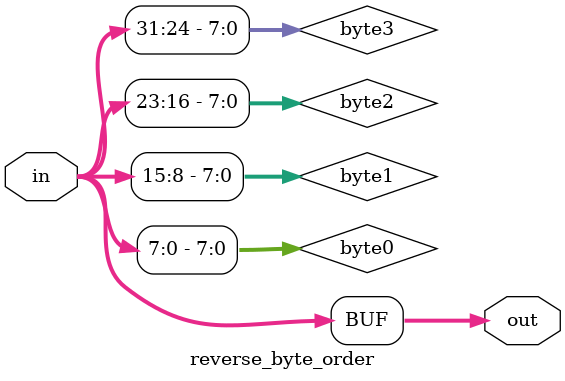
<source format=sv>
module top_module (
	input [31:0] in,
	output [31:0] out
);
	
	// Instantiate the sub-module
	reverse_byte_order reverse_byte_order_1 (
		.in(in),
		.out(out)
	);
	
endmodule
module reverse_byte_order (
	input [31:0] in,
	output [31:0] out
);
	
	// Declare internal wires
	wire [7:0] byte0;
	wire [7:0] byte1;
	wire [7:0] byte2;
	wire [7:0] byte3;
	
	// Extract the individual bytes from the input vector
	assign byte0 = in[7:0];
	assign byte1 = in[15:8];
	assign byte2 = in[23:16];
	assign byte3 = in[31:24];
	
	// Reverse the order of the bytes
	assign out = {byte3, byte2, byte1, byte0};
	
endmodule

</source>
